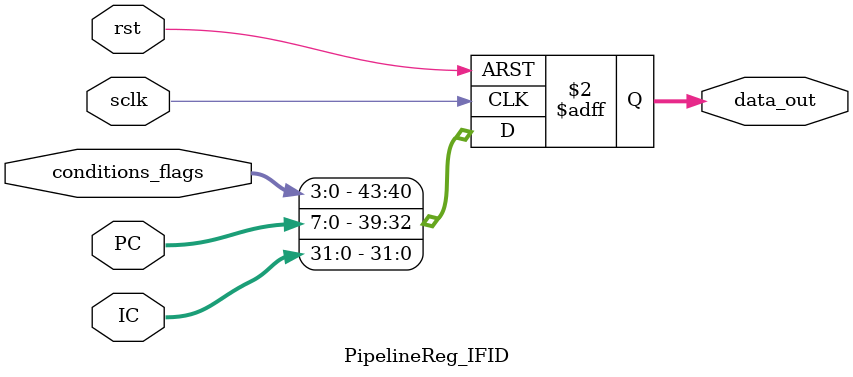
<source format=v>
module PipelineReg_IFID(sclk,rst,IC,PC,conditions_flags,data_out);
  input sclk,rst;
  input [31:0]IC;
  input [7:0]PC;
  input [3:0] conditions_flags;
  
  output reg [43:0] data_out;
  
  always @(negedge sclk or posedge rst) begin
    if (rst)
      data_out <= 0;
    else
      data_out <= {conditions_flags,PC,IC};
  end
endmodule
  
</source>
